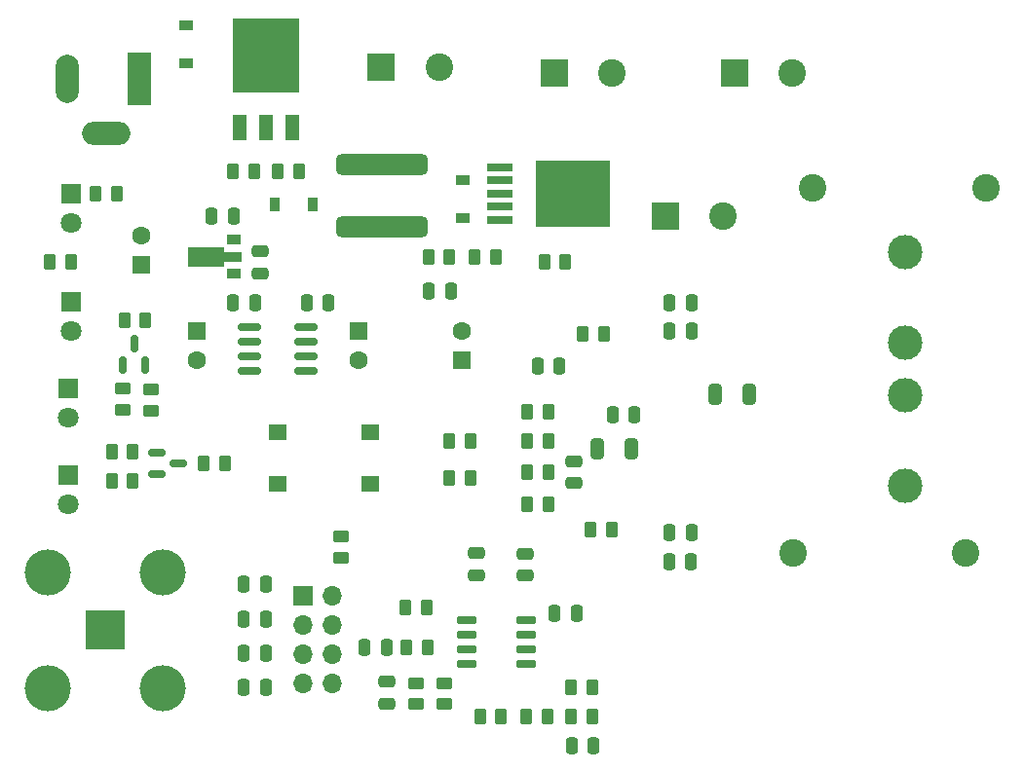
<source format=gbr>
%TF.GenerationSoftware,KiCad,Pcbnew,(6.0.0)*%
%TF.CreationDate,2022-12-17T21:28:13-05:00*%
%TF.ProjectId,TPA3255PBTL,54504133-3235-4355-9042-544c2e6b6963,rev?*%
%TF.SameCoordinates,Original*%
%TF.FileFunction,Soldermask,Top*%
%TF.FilePolarity,Negative*%
%FSLAX46Y46*%
G04 Gerber Fmt 4.6, Leading zero omitted, Abs format (unit mm)*
G04 Created by KiCad (PCBNEW (6.0.0)) date 2022-12-17 21:28:13*
%MOMM*%
%LPD*%
G01*
G04 APERTURE LIST*
G04 Aperture macros list*
%AMRoundRect*
0 Rectangle with rounded corners*
0 $1 Rounding radius*
0 $2 $3 $4 $5 $6 $7 $8 $9 X,Y pos of 4 corners*
0 Add a 4 corners polygon primitive as box body*
4,1,4,$2,$3,$4,$5,$6,$7,$8,$9,$2,$3,0*
0 Add four circle primitives for the rounded corners*
1,1,$1+$1,$2,$3*
1,1,$1+$1,$4,$5*
1,1,$1+$1,$6,$7*
1,1,$1+$1,$8,$9*
0 Add four rect primitives between the rounded corners*
20,1,$1+$1,$2,$3,$4,$5,0*
20,1,$1+$1,$4,$5,$6,$7,0*
20,1,$1+$1,$6,$7,$8,$9,0*
20,1,$1+$1,$8,$9,$2,$3,0*%
%AMFreePoly0*
4,1,9,3.862500,-0.866500,0.737500,-0.866500,0.737500,-0.450000,-0.737500,-0.450000,-0.737500,0.450000,0.737500,0.450000,0.737500,0.866500,3.862500,0.866500,3.862500,-0.866500,3.862500,-0.866500,$1*%
G04 Aperture macros list end*
%ADD10RoundRect,0.150000X-0.825000X-0.150000X0.825000X-0.150000X0.825000X0.150000X-0.825000X0.150000X0*%
%ADD11RoundRect,0.250000X-0.325000X-0.650000X0.325000X-0.650000X0.325000X0.650000X-0.325000X0.650000X0*%
%ADD12RoundRect,0.250000X0.450000X-0.262500X0.450000X0.262500X-0.450000X0.262500X-0.450000X-0.262500X0*%
%ADD13RoundRect,0.250000X-0.262500X-0.450000X0.262500X-0.450000X0.262500X0.450000X-0.262500X0.450000X0*%
%ADD14RoundRect,0.250000X-0.250000X-0.475000X0.250000X-0.475000X0.250000X0.475000X-0.250000X0.475000X0*%
%ADD15RoundRect,0.250000X0.475000X-0.250000X0.475000X0.250000X-0.475000X0.250000X-0.475000X-0.250000X0*%
%ADD16R,1.600000X1.600000*%
%ADD17C,1.600000*%
%ADD18RoundRect,0.250000X-0.450000X0.262500X-0.450000X-0.262500X0.450000X-0.262500X0.450000X0.262500X0*%
%ADD19R,1.600000X1.400000*%
%ADD20RoundRect,0.250000X0.250000X0.475000X-0.250000X0.475000X-0.250000X-0.475000X0.250000X-0.475000X0*%
%ADD21C,2.400000*%
%ADD22R,1.700000X1.700000*%
%ADD23O,1.700000X1.700000*%
%ADD24R,3.500000X3.500000*%
%ADD25C,4.000000*%
%ADD26RoundRect,0.250000X0.262500X0.450000X-0.262500X0.450000X-0.262500X-0.450000X0.262500X-0.450000X0*%
%ADD27C,3.000000*%
%ADD28R,1.200000X0.900000*%
%ADD29RoundRect,0.250000X-0.475000X0.250000X-0.475000X-0.250000X0.475000X-0.250000X0.475000X0.250000X0*%
%ADD30R,2.000000X4.600000*%
%ADD31O,2.000000X4.200000*%
%ADD32O,4.200000X2.000000*%
%ADD33R,2.400000X2.400000*%
%ADD34RoundRect,0.150000X-0.587500X-0.150000X0.587500X-0.150000X0.587500X0.150000X-0.587500X0.150000X0*%
%ADD35RoundRect,0.150000X-0.725000X-0.150000X0.725000X-0.150000X0.725000X0.150000X-0.725000X0.150000X0*%
%ADD36R,1.800000X1.800000*%
%ADD37C,1.800000*%
%ADD38RoundRect,0.450000X-3.550000X-0.450000X3.550000X-0.450000X3.550000X0.450000X-3.550000X0.450000X0*%
%ADD39RoundRect,0.450000X3.550000X0.450000X-3.550000X0.450000X-3.550000X-0.450000X3.550000X-0.450000X0*%
%ADD40R,2.200000X0.800000*%
%ADD41R,6.400000X5.800000*%
%ADD42R,1.200000X2.200000*%
%ADD43R,5.800000X6.400000*%
%ADD44R,1.300000X0.900000*%
%ADD45FreePoly0,180.000000*%
%ADD46R,0.900000X1.200000*%
%ADD47RoundRect,0.150000X0.150000X-0.587500X0.150000X0.587500X-0.150000X0.587500X-0.150000X-0.587500X0*%
%ADD48RoundRect,0.250000X0.325000X0.650000X-0.325000X0.650000X-0.325000X-0.650000X0.325000X-0.650000X0*%
G04 APERTURE END LIST*
D10*
%TO.C,U3*%
X92525000Y-76595000D03*
X92525000Y-77865000D03*
X92525000Y-79135000D03*
X92525000Y-80405000D03*
X97475000Y-80405000D03*
X97475000Y-79135000D03*
X97475000Y-77865000D03*
X97475000Y-76595000D03*
%TD*%
D11*
%TO.C,C3*%
X133025000Y-82500000D03*
X135975000Y-82500000D03*
%TD*%
D12*
%TO.C,R8*%
X100500000Y-96672500D03*
X100500000Y-94847500D03*
%TD*%
D13*
%TO.C,R3*%
X79175000Y-65000000D03*
X81000000Y-65000000D03*
%TD*%
D14*
%TO.C,C18*%
X92050000Y-105000000D03*
X93950000Y-105000000D03*
%TD*%
D15*
%TO.C,C22*%
X116500000Y-98250000D03*
X116500000Y-96350000D03*
%TD*%
D13*
%TO.C,R30*%
X109925000Y-89750000D03*
X111750000Y-89750000D03*
%TD*%
D16*
%TO.C,C9*%
X83150000Y-71205113D03*
D17*
X83150000Y-68705113D03*
%TD*%
D14*
%TO.C,C20*%
X102550000Y-104500000D03*
X104450000Y-104500000D03*
%TD*%
D13*
%TO.C,R19*%
X112087500Y-70500000D03*
X113912500Y-70500000D03*
%TD*%
D18*
%TO.C,R20*%
X107000000Y-107587500D03*
X107000000Y-109412500D03*
%TD*%
D16*
%TO.C,C11*%
X111000000Y-79500000D03*
D17*
X111000000Y-77000000D03*
%TD*%
D12*
%TO.C,R23*%
X84000000Y-83912500D03*
X84000000Y-82087500D03*
%TD*%
D19*
%TO.C,SW1*%
X95000000Y-85750000D03*
X103000000Y-85750000D03*
X95000000Y-90250000D03*
X103000000Y-90250000D03*
%TD*%
D13*
%TO.C,R29*%
X109925000Y-86500000D03*
X111750000Y-86500000D03*
%TD*%
D20*
%TO.C,C33*%
X130925000Y-97000000D03*
X129025000Y-97000000D03*
%TD*%
D21*
%TO.C,C39*%
X139750000Y-96250000D03*
X154750000Y-96250000D03*
%TD*%
D13*
%TO.C,R28*%
X88587500Y-88500000D03*
X90412500Y-88500000D03*
%TD*%
%TO.C,R14*%
X116675000Y-84000000D03*
X118500000Y-84000000D03*
%TD*%
D20*
%TO.C,C31*%
X93000000Y-74500000D03*
X91100000Y-74500000D03*
%TD*%
D13*
%TO.C,R12*%
X112587500Y-110500000D03*
X114412500Y-110500000D03*
%TD*%
D20*
%TO.C,C32*%
X130950000Y-94500000D03*
X129050000Y-94500000D03*
%TD*%
D15*
%TO.C,C12*%
X93500000Y-71950000D03*
X93500000Y-70050000D03*
%TD*%
D13*
%TO.C,R11*%
X120500000Y-110500000D03*
X122325000Y-110500000D03*
%TD*%
D14*
%TO.C,C23*%
X108137500Y-73500000D03*
X110037500Y-73500000D03*
%TD*%
D13*
%TO.C,R21*%
X106175000Y-104500000D03*
X108000000Y-104500000D03*
%TD*%
D14*
%TO.C,C29*%
X97500000Y-74500000D03*
X99400000Y-74500000D03*
%TD*%
D22*
%TO.C,J3*%
X97225000Y-99960000D03*
D23*
X99765000Y-99960000D03*
X97225000Y-102500000D03*
X99765000Y-102500000D03*
X97225000Y-105040000D03*
X99765000Y-105040000D03*
X97225000Y-107580000D03*
X99765000Y-107580000D03*
%TD*%
D21*
%TO.C,C38*%
X156500000Y-64500000D03*
X141500000Y-64500000D03*
%TD*%
D12*
%TO.C,R9*%
X109500000Y-109412500D03*
X109500000Y-107587500D03*
%TD*%
%TO.C,R24*%
X81500000Y-83825000D03*
X81500000Y-82000000D03*
%TD*%
D24*
%TO.C,J2*%
X80000000Y-103000000D03*
D25*
X74975000Y-97975000D03*
X85025000Y-97975000D03*
X74975000Y-108025000D03*
X85025000Y-108025000D03*
%TD*%
D26*
%TO.C,R5*%
X77000000Y-71000000D03*
X75175000Y-71000000D03*
%TD*%
D13*
%TO.C,R6*%
X121500000Y-77250000D03*
X123325000Y-77250000D03*
%TD*%
D14*
%TO.C,C15*%
X119050000Y-101500000D03*
X120950000Y-101500000D03*
%TD*%
D20*
%TO.C,C13*%
X119475000Y-80000000D03*
X117575000Y-80000000D03*
%TD*%
D27*
%TO.C,L3*%
X149500000Y-82550000D03*
X149500000Y-90450000D03*
%TD*%
D15*
%TO.C,C21*%
X112250000Y-98200000D03*
X112250000Y-96300000D03*
%TD*%
D13*
%TO.C,R7*%
X122175000Y-94250000D03*
X124000000Y-94250000D03*
%TD*%
D16*
%TO.C,C30*%
X88000000Y-77000000D03*
D17*
X88000000Y-79500000D03*
%TD*%
D20*
%TO.C,C10*%
X91150000Y-67000000D03*
X89250000Y-67000000D03*
%TD*%
D16*
%TO.C,C28*%
X102000000Y-77000000D03*
D17*
X102000000Y-79500000D03*
%TD*%
D20*
%TO.C,C34*%
X130950000Y-77000000D03*
X129050000Y-77000000D03*
%TD*%
D13*
%TO.C,R25*%
X81675000Y-76000000D03*
X83500000Y-76000000D03*
%TD*%
D28*
%TO.C,D1*%
X87000000Y-50350000D03*
X87000000Y-53650000D03*
%TD*%
D14*
%TO.C,C41*%
X124075000Y-84250000D03*
X125975000Y-84250000D03*
%TD*%
D29*
%TO.C,C40*%
X120750000Y-88300000D03*
X120750000Y-90200000D03*
%TD*%
D20*
%TO.C,C35*%
X130950000Y-74500000D03*
X129050000Y-74500000D03*
%TD*%
D30*
%TO.C,J1*%
X83000000Y-55000000D03*
D31*
X76700000Y-55000000D03*
D32*
X80100000Y-59800000D03*
%TD*%
D13*
%TO.C,R22*%
X106087500Y-101000000D03*
X107912500Y-101000000D03*
%TD*%
D33*
%TO.C,C4*%
X128676041Y-67000000D03*
D21*
X133676041Y-67000000D03*
%TD*%
D13*
%TO.C,R15*%
X116675000Y-92000000D03*
X118500000Y-92000000D03*
%TD*%
D34*
%TO.C,Q3*%
X84475000Y-87550000D03*
X84475000Y-89450000D03*
X86350000Y-88500000D03*
%TD*%
D13*
%TO.C,R17*%
X118175000Y-71000000D03*
X120000000Y-71000000D03*
%TD*%
D35*
%TO.C,U4*%
X111425000Y-102095000D03*
X111425000Y-103365000D03*
X111425000Y-104635000D03*
X111425000Y-105905000D03*
X116575000Y-105905000D03*
X116575000Y-104635000D03*
X116575000Y-103365000D03*
X116575000Y-102095000D03*
%TD*%
D13*
%TO.C,R16*%
X116675000Y-89250000D03*
X118500000Y-89250000D03*
%TD*%
D28*
%TO.C,D4*%
X111087500Y-63850000D03*
X111087500Y-67150000D03*
%TD*%
D33*
%TO.C,C5*%
X134676041Y-54500000D03*
D21*
X139676041Y-54500000D03*
%TD*%
D27*
%TO.C,L2*%
X149500000Y-78000000D03*
X149500000Y-70100000D03*
%TD*%
D14*
%TO.C,C16*%
X92050000Y-99000000D03*
X93950000Y-99000000D03*
%TD*%
D36*
%TO.C,D3*%
X77000000Y-65000000D03*
D37*
X77000000Y-67540000D03*
%TD*%
D20*
%TO.C,C27*%
X122450000Y-113000000D03*
X120550000Y-113000000D03*
%TD*%
D38*
%TO.C,L1*%
X104087500Y-62500000D03*
D39*
X104087500Y-67900000D03*
%TD*%
D26*
%TO.C,R2*%
X92912500Y-63100000D03*
X91087500Y-63100000D03*
%TD*%
D15*
%TO.C,C26*%
X104500000Y-109362500D03*
X104500000Y-107462500D03*
%TD*%
D13*
%TO.C,R4*%
X116675000Y-86500000D03*
X118500000Y-86500000D03*
%TD*%
%TO.C,R10*%
X120500000Y-108000000D03*
X122325000Y-108000000D03*
%TD*%
D36*
%TO.C,D6*%
X76825000Y-89460000D03*
D37*
X76825000Y-92000000D03*
%TD*%
D26*
%TO.C,R1*%
X96825000Y-63100000D03*
X95000000Y-63100000D03*
%TD*%
D40*
%TO.C,U5*%
X114300000Y-62720000D03*
X114300000Y-63860000D03*
X114300000Y-65000000D03*
X114300000Y-66140000D03*
X114300000Y-67280000D03*
D41*
X120600000Y-65000000D03*
%TD*%
D42*
%TO.C,Q1*%
X91720000Y-59300000D03*
X94000000Y-59300000D03*
X96280000Y-59300000D03*
D43*
X94000000Y-53000000D03*
%TD*%
D13*
%TO.C,R18*%
X108087500Y-70500000D03*
X109912500Y-70500000D03*
%TD*%
D14*
%TO.C,C19*%
X92050000Y-108000000D03*
X93950000Y-108000000D03*
%TD*%
D13*
%TO.C,R26*%
X80587500Y-87500000D03*
X82412500Y-87500000D03*
%TD*%
D36*
%TO.C,D7*%
X77000000Y-74460000D03*
D37*
X77000000Y-77000000D03*
%TD*%
D44*
%TO.C,U2*%
X91150000Y-72000000D03*
D45*
X91062500Y-70500000D03*
D44*
X91150000Y-69000000D03*
%TD*%
D46*
%TO.C,D2*%
X98000000Y-66000000D03*
X94700000Y-66000000D03*
%TD*%
D13*
%TO.C,R27*%
X80587500Y-90000000D03*
X82412500Y-90000000D03*
%TD*%
D33*
%TO.C,C2*%
X119000000Y-54500000D03*
D21*
X124000000Y-54500000D03*
%TD*%
D13*
%TO.C,R13*%
X116587500Y-110500000D03*
X118412500Y-110500000D03*
%TD*%
D47*
%TO.C,Q2*%
X81550000Y-79937500D03*
X83450000Y-79937500D03*
X82500000Y-78062500D03*
%TD*%
D36*
%TO.C,D5*%
X76825000Y-81960000D03*
D37*
X76825000Y-84500000D03*
%TD*%
D48*
%TO.C,C8*%
X125725000Y-87250000D03*
X122775000Y-87250000D03*
%TD*%
D14*
%TO.C,C17*%
X92050000Y-102000000D03*
X93950000Y-102000000D03*
%TD*%
D33*
%TO.C,C1*%
X104000000Y-54000000D03*
D21*
X109000000Y-54000000D03*
%TD*%
M02*

</source>
